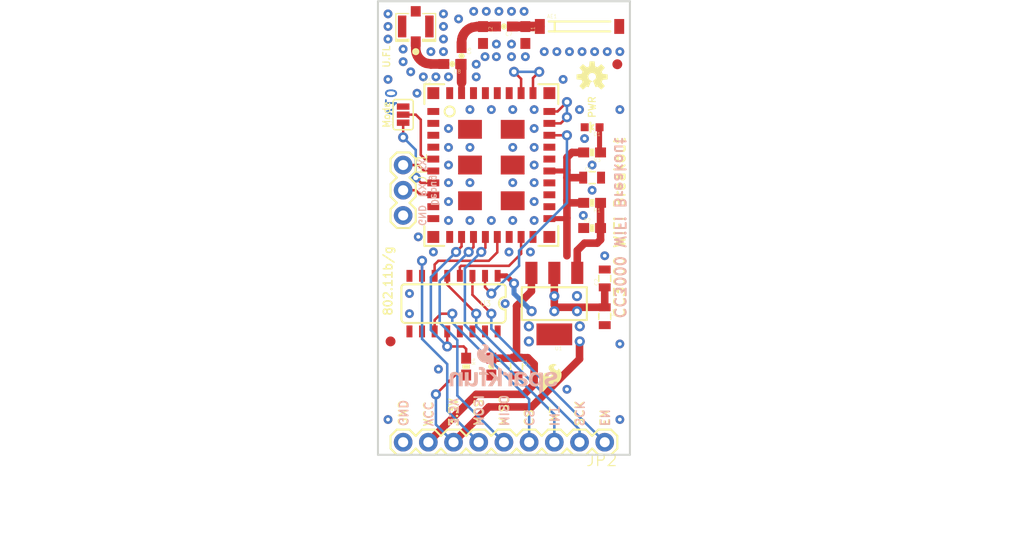
<source format=kicad_pcb>
(kicad_pcb (version 20211014) (generator pcbnew)
  (layers (0 "F.Cu" signal) (1 "In1.Cu" signal) (2 "In2.Cu" signal) (31 "B.Cu" signal) (34 "B.Paste" user) (35 "F.Paste" user) (36 "B.SilkS" user "B.Silkscreen") (37 "F.SilkS" user "F.Silkscreen") (38 "B.Mask" user) (39 "F.Mask" user) (44 "Edge.Cuts" user))
  (net 0 "")
  (net 1 "N$2")
  (net 2 "3.3V")
  (net 3 "GND")
  (net 4 "N$3")
  (net 5 "N$4")
  (net 6 "WIFI_TX")
  (net 7 "WIFI_RX")
  (net 8 "N$6")
  (net 9 "N$7")
  (net 10 "N$5")
  (net 11 "N$10")
  (net 12 "N$9")
  (net 13 "N$11")
  (net 14 "N$8")
  (net 15 "VCC")
  (net 16 "EN_5V")
  (net 17 "SCK_5V")
  (net 18 "INT_3.3V")
  (net 19 "CS_5V")
  (net 20 "MISO_3.3V")
  (net 21 "MOSI_5V")
  (net 22 "EN_3.3V")
  (net 23 "SCK_3.3V")
  (net 24 "MOSI_3.3V")
  (net 25 "CS_3.3V")
  (footprint "boardEagle:0603-RES" (layer "F.Cu") (at 157.3911 97.3836 180)
    (fp_text reference "R3" (at -0.889 -0.762) (layer "F.SilkS") (effects (font (size 0.376489 0.376489) (thickness 0.029911)) (justify right)))
    (fp_text value "390")
    (pad "1" smd rect (at -0.85 0 180) (size 1.1 1) (layers "F.Cu" "F.Paste" "F.Mask") (net 13 "N$11"))
    (pad "2" smd rect (at 0.85 0 180) (size 1.1 1) (layers "F.Cu" "F.Paste" "F.Mask") (net 2 "3.3V"))
  )
  (footprint "boardEagle:CREATIVE_COMMONS" (layer "F.Cu") (at 118.0211 138.0236)
    (fp_text reference "FRAME1" hide)
    (fp_text value "FRAME-LETTER" hide)
  )
  (footprint "boardEagle:SO016" (layer "F.Cu") (at 143.4211 112.6236 180)
    (fp_text reference "U3" (at -3.81 0) (layer "F.SilkS") (effects (font (size 0.554736 0.554736) (thickness 0.054864)) (justify right)))
    (fp_text value "74HC4050")
    (pad "1" smd rect (at -4.445 2.8 180) (size 0.6 1.2) (layers "F.Cu" "F.Paste" "F.Mask") (net 2 "3.3V"))
    (pad "2" smd rect (at -3.175 2.8 180) (size 0.6 1.2) (layers "F.Cu" "F.Paste" "F.Mask") (net 22 "EN_3.3V"))
    (pad "3" smd rect (at -1.905 2.8 180) (size 0.6 1.2) (layers "F.Cu" "F.Paste" "F.Mask") (net 16 "EN_5V"))
    (pad "4" smd rect (at -0.635 2.8 180) (size 0.6 1.2) (layers "F.Cu" "F.Paste" "F.Mask") (net 23 "SCK_3.3V"))
    (pad "5" smd rect (at 0.635 2.8 180) (size 0.6 1.2) (layers "F.Cu" "F.Paste" "F.Mask") (net 17 "SCK_5V"))
    (pad "6" smd rect (at 1.905 2.8 180) (size 0.6 1.2) (layers "F.Cu" "F.Paste" "F.Mask") (net 24 "MOSI_3.3V"))
    (pad "7" smd rect (at 3.175 2.8 180) (size 0.6 1.2) (layers "F.Cu" "F.Paste" "F.Mask") (net 21 "MOSI_5V"))
    (pad "8" smd rect (at 4.445 2.8 180) (size 0.6 1.2) (layers "F.Cu" "F.Paste" "F.Mask") (net 3 "GND"))
    (pad "9" smd rect (at 4.445 -2.8 180) (size 0.6 1.2) (layers "F.Cu" "F.Paste" "F.Mask"))
    (pad "10" smd rect (at 3.175 -2.8 180) (size 0.6 1.2) (layers "F.Cu" "F.Paste" "F.Mask"))
    (pad "11" smd rect (at 1.905 -2.8 180) (size 0.6 1.2) (layers "F.Cu" "F.Paste" "F.Mask") (net 19 "CS_5V"))
    (pad "12" smd rect (at 0.635 -2.8 180) (size 0.6 1.2) (layers "F.Cu" "F.Paste" "F.Mask") (net 25 "CS_3.3V"))
    (pad "13" smd rect (at -0.635 -2.8 180) (size 0.6 1.2) (layers "F.Cu" "F.Paste" "F.Mask"))
    (pad "14" smd rect (at -1.905 -2.8 180) (size 0.6 1.2) (layers "F.Cu" "F.Paste" "F.Mask"))
    (pad "15" smd rect (at -3.175 -2.8 180) (size 0.6 1.2) (layers "F.Cu" "F.Paste" "F.Mask"))
    (pad "16" smd rect (at -4.445 -2.8 180) (size 0.6 1.2) (layers "F.Cu" "F.Paste" "F.Mask"))
  )
  (footprint "boardEagle:0805" (layer "F.Cu") (at 158.6611 113.8936 -90)
    (fp_text reference "C4" (at -0.762 -0.8255 90) (layer "F.SilkS") (effects (font (size 0.376489 0.376489) (thickness 0.029911)) (justify right)))
    (fp_text value "1uF")
    (pad "1" smd rect (at -0.9 0 270) (size 0.8 1.2) (layers "F.Cu" "F.Paste" "F.Mask") (net 2 "3.3V"))
    (pad "2" smd rect (at 0.9 0 270) (size 0.8 1.2) (layers "F.Cu" "F.Paste" "F.Mask") (net 3 "GND"))
  )
  (footprint "boardEagle:SOT223" (layer "F.Cu") (at 153.5811 112.6236 180)
    (fp_text reference "U1" (at -0.8255 -4.5085) (layer "F.SilkS") (effects (font (size 0.376489 0.376489) (thickness 0.029911)) (justify right)))
    (fp_text value "LM1117")
    (pad "1" smd rect (at -2.3114 3.0988 180) (size 1.2192 2.2352) (layers "F.Cu" "F.Paste" "F.Mask") (net 1 "N$2"))
    (pad "2" smd rect (at 0 3.0988 180) (size 1.2192 2.2352) (layers "F.Cu" "F.Paste" "F.Mask") (net 2 "3.3V"))
    (pad "3" smd rect (at 2.3114 3.0988 180) (size 1.2192 2.2352) (layers "F.Cu" "F.Paste" "F.Mask") (net 15 "VCC"))
    (pad "4" smd rect (at 0 -3.099 180) (size 3.6 2.2) (layers "F.Cu" "F.Paste" "F.Mask") (net 2 "3.3V"))
  )
  (footprint "boardEagle:SFE-LOGO-FLAME" (layer "F.Cu") (at 152.4381 121.5136)
    (fp_text reference "LOGO3" hide)
    (fp_text value "LOGO-SFESK" hide)
  )
  (footprint "boardEagle:U.FL" (layer "F.Cu") (at 139.6111 84.6836 -90)
    (fp_text reference "J1" hide)
    (fp_text value "U.FL" hide)
    (pad "P$1" smd rect (at 0 -1.375 270) (size 2.2 0.85) (layers "F.Cu" "F.Paste" "F.Mask") (net 3 "GND"))
    (pad "P$2" smd rect (at 0 1.375 270) (size 2.2 0.85) (layers "F.Cu" "F.Paste" "F.Mask") (net 3 "GND"))
    (pad "P$3" smd rect (at 1.525 0 270) (size 1.05 1) (layers "F.Cu" "F.Paste" "F.Mask") (net 12 "N$9"))
    (pad "P$4" smd rect (at -1.525 0 270) (size 1.05 1) (layers "F.Cu" "F.Paste" "F.Mask"))
  )
  (footprint "boardEagle:0603-CAP" (layer "F.Cu") (at 144.2339 87.6554 -90)
    (fp_text reference "C6" (at -0.889 -0.762 90) (layer "F.SilkS") (effects (font (size 0.376489 0.376489) (thickness 0.029911)) (justify right)))
    (fp_text value "10pF")
    (pad "1" smd rect (at -0.85 0 270) (size 1.1 1) (layers "F.Cu" "F.Paste" "F.Mask") (net 10 "N$5"))
    (pad "2" smd rect (at 0.85 0 270) (size 1.1 1) (layers "F.Cu" "F.Paste" "F.Mask") (net 14 "N$8"))
  )
  (footprint "boardEagle:FIDUCIAL-1X2" (layer "F.Cu") (at 137.0711 116.4336)
    (fp_text reference "FID2" hide)
    (fp_text value "FIDUCIAL1X2" hide)
    (pad "1" smd roundrect (at 0 0) (size 1 1) (layers "F.Cu" "F.Mask") (roundrect_rratio 0.5))
  )
  (footprint "boardEagle:0603-RES" (layer "F.Cu") (at 157.3911 102.4636 180)
    (fp_text reference "R1" (at -0.889 -0.762) (layer "F.SilkS") (effects (font (size 0.376489 0.376489) (thickness 0.029911)) (justify right)))
    (fp_text value "240")
    (pad "1" smd rect (at -0.85 0 180) (size 1.1 1) (layers "F.Cu" "F.Paste" "F.Mask") (net 1 "N$2"))
    (pad "2" smd rect (at 0.85 0 180) (size 1.1 1) (layers "F.Cu" "F.Paste" "F.Mask") (net 2 "3.3V"))
  )
  (footprint "boardEagle:QFN-46_CC3000" (layer "F.Cu") (at 147.2311 98.6536)
    (fp_text reference "U5" (at -6.818 -8.492) (layer "F.SilkS") (effects (font (size 0.376489 0.376489) (thickness 0.029911)) (justify left)))
    (fp_text value "CC3000")
    (pad "GND@37" smd rect (at -2.15 -3.6) (size 2.4 1.9) (layers "F.Cu" "F.Paste" "F.Mask") (net 3 "GND"))
    (pad "GND@38" smd rect (at -2.15 0) (size 2.4 1.9) (layers "F.Cu" "F.Paste" "F.Mask") (net 3 "GND"))
    (pad "GND@39" smd rect (at -2.15 3.6) (size 2.4 1.9) (layers "F.Cu" "F.Paste" "F.Mask") (net 3 "GND"))
    (pad "GND@40" smd rect (at 2.15 -3.6) (size 2.4 1.9) (layers "F.Cu" "F.Paste" "F.Mask") (net 3 "GND"))
    (pad "GND@41" smd rect (at 2.15 0) (size 2.4 1.9) (layers "F.Cu" "F.Paste" "F.Mask") (net 3 "GND"))
    (pad "GND@42" smd rect (at 2.15 3.6) (size 2.4 1.9) (layers "F.Cu" "F.Paste" "F.Mask") (net 3 "GND"))
    (pad "GND@43" smd rect (at -5.85 -7.25) (size 1.2 1.2) (layers "F.Cu" "F.Paste" "F.Mask") (net 3 "GND"))
    (pad "GND@44" smd rect (at -5.85 7.25) (size 1.2 1.2) (layers "F.Cu" "F.Paste" "F.Mask") (net 3 "GND"))
    (pad "GND@45" smd rect (at 5.85 7.25) (size 1.2 1.2) (layers "F.Cu" "F.Paste" "F.Mask") (net 3 "GND"))
    (pad "GND@46" smd rect (at 5.85 -7.25) (size 1.2 1.2) (layers "F.Cu" "F.Paste" "F.Mask") (net 3 "GND"))
    (pad "P$1" smd rect (at -5.85 -5.4) (size 1.2 0.7) (layers "F.Cu" "F.Paste" "F.Mask") (net 3 "GND"))
    (pad "P$2" smd rect (at -5.85 -4.2) (size 1.2 0.7) (layers "F.Cu" "F.Paste" "F.Mask"))
    (pad "P$3" smd rect (at -5.85 -3) (size 1.2 0.7) (layers "F.Cu" "F.Paste" "F.Mask"))
    (pad "P$4" smd rect (at -5.85 -1.8) (size 1.2 0.7) (layers "F.Cu" "F.Paste" "F.Mask"))
    (pad "P$5" smd rect (at -5.85 -0.6) (size 1.2 0.7) (layers "F.Cu" "F.Paste" "F.Mask") (net 4 "N$3"))
    (pad "P$6" smd rect (at -5.85 0.6) (size 1.2 0.7) (layers "F.Cu" "F.Paste" "F.Mask") (net 6 "WIFI_TX"))
    (pad "P$7" smd rect (at -5.85 1.8) (size 1.2 0.7) (layers "F.Cu" "F.Paste" "F.Mask") (net 5 "N$4"))
    (pad "P$8" smd rect (at -5.85 3) (size 1.2 0.7) (layers "F.Cu" "F.Paste" "F.Mask") (net 7 "WIFI_RX"))
    (pad "P$9" smd rect (at -5.85 4.2) (size 1.2 0.7) (layers "F.Cu" "F.Paste" "F.Mask") (net 3 "GND"))
    (pad "P$10" smd rect (at -5.85 5.4) (size 1.2 0.7) (layers "F.Cu" "F.Paste" "F.Mask") (net 3 "GND"))
    (pad "P$11" smd rect (at -4.2 7.25 90) (size 1.2 0.7) (layers "F.Cu" "F.Paste" "F.Mask") (net 3 "GND"))
    (pad "P$12" smd rect (at -3 7.25 90) (size 1.2 0.7) (layers "F.Cu" "F.Paste" "F.Mask") (net 25 "CS_3.3V"))
    (pad "P$13" smd rect (at -1.8 7.25 90) (size 1.2 0.7) (layers "F.Cu" "F.Paste" "F.Mask") (net 20 "MISO_3.3V"))
    (pad "P$14" smd rect (at -0.6 7.25 90) (size 1.2 0.7) (layers "F.Cu" "F.Paste" "F.Mask") (net 18 "INT_3.3V"))
    (pad "P$15" smd rect (at 0.6 7.25 90) (size 1.2 0.7) (layers "F.Cu" "F.Paste" "F.Mask") (net 24 "MOSI_3.3V"))
    (pad "P$16" smd rect (at 1.8 7.25 90) (size 1.2 0.7) (layers "F.Cu" "F.Paste" "F.Mask") (net 3 "GND"))
    (pad "P$17" smd rect (at 3 7.25 90) (size 1.2 0.7) (layers "F.Cu" "F.Paste" "F.Mask") (net 23 "SCK_3.3V"))
    (pad "P$18" smd rect (at 4.2 7.25 90) (size 1.2 0.7) (layers "F.Cu" "F.Paste" "F.Mask") (net 3 "GND"))
    (pad "P$19" smd rect (at 5.85 5.4) (size 1.2 0.7) (layers "F.Cu" "F.Paste" "F.Mask") (net 2 "3.3V"))
    (pad "P$20" smd rect (at 5.85 4.2) (size 1.2 0.7) (layers "F.Cu" "F.Paste" "F.Mask") (net 3 "GND"))
    (pad "P$21" smd rect (at 5.85 3) (size 1.2 0.7) (layers "F.Cu" "F.Paste" "F.Mask") (net 3 "GND"))
    (pad "P$22" smd rect (at 5.85 1.8) (size 1.2 0.7) (layers "F.Cu" "F.Paste" "F.Mask") (net 3 "GND"))
    (pad "P$23" smd rect (at 5.85 0.6) (size 1.2 0.7) (layers "F.Cu" "F.Paste" "F.Mask") (net 2 "3.3V"))
    (pad "P$24" smd rect (at 5.85 -0.6) (size 1.2 0.7) (layers "F.Cu" "F.Paste" "F.Mask"))
    (pad "P$25" smd rect (at 5.85 -1.8) (size 1.2 0.7) (layers "F.Cu" "F.Paste" "F.Mask") (net 3 "GND"))
    (pad "P$26" smd rect (at 5.85 -3) (size 1.2 0.7) (layers "F.Cu" "F.Paste" "F.Mask") (net 22 "EN_3.3V"))
    (pad "P$27" smd rect (at 5.85 -4.2) (size 1.2 0.7) (layers "F.Cu" "F.Paste" "F.Mask") (net 8 "N$6"))
    (pad "P$28" smd rect (at 5.85 -5.4) (size 1.2 0.7) (layers "F.Cu" "F.Paste" "F.Mask") (net 8 "N$6"))
    (pad "P$29" smd rect (at 4.2 -7.25 270) (size 1.2 0.7) (layers "F.Cu" "F.Paste" "F.Mask") (net 9 "N$7"))
    (pad "P$30" smd rect (at 3 -7.25 270) (size 1.2 0.7) (layers "F.Cu" "F.Paste" "F.Mask") (net 9 "N$7"))
    (pad "P$31" smd rect (at 1.8 -7.25 270) (size 1.2 0.7) (layers "F.Cu" "F.Paste" "F.Mask") (net 3 "GND"))
    (pad "P$32" smd rect (at 0.6 -7.25 270) (size 1.2 0.7) (layers "F.Cu" "F.Paste" "F.Mask") (net 3 "GND"))
    (pad "P$33" smd rect (at -0.6 -7.25 270) (size 1.2 0.7) (layers "F.Cu" "F.Paste" "F.Mask") (net 3 "GND"))
    (pad "P$34" smd rect (at -1.8 -7.25 270) (size 1.2 0.7) (layers "F.Cu" "F.Paste" "F.Mask") (net 3 "GND"))
    (pad "P$35" smd rect (at -3 -7.25 270) (size 1.2 0.7) (layers "F.Cu" "F.Paste" "F.Mask") (net 14 "N$8"))
    (pad "P$36" smd rect (at -4.2 -7.25 270) (size 1.2 0.7) (layers "F.Cu" "F.Paste" "F.Mask") (net 3 "GND"))
  )
  (footprint "boardEagle:0805" (layer "F.Cu") (at 149.7711 118.9736 -90)
    (fp_text reference "C1" (at -0.762 -0.8255 90) (layer "F.SilkS") (effects (font (size 0.376489 0.376489) (thickness 0.029911)) (justify right)))
    (fp_text value "10uF")
    (pad "1" smd rect (at -0.9 0 270) (size 0.8 1.2) (layers "F.Cu" "F.Paste" "F.Mask") (net 15 "VCC"))
    (pad "2" smd rect (at 0.9 0 270) (size 0.8 1.2) (layers "F.Cu" "F.Paste" "F.Mask") (net 3 "GND"))
  )
  (footprint "boardEagle:0805" (layer "F.Cu") (at 158.6611 110.0836 90)
    (fp_text reference "C2" (at -0.762 -0.8255 90) (layer "F.SilkS") (effects (font (size 0.376489 0.376489) (thickness 0.029911)) (justify left)))
    (fp_text value "10uF")
    (pad "1" smd rect (at -0.9 0 90) (size 0.8 1.2) (layers "F.Cu" "F.Paste" "F.Mask") (net 2 "3.3V"))
    (pad "2" smd rect (at 0.9 0 90) (size 0.8 1.2) (layers "F.Cu" "F.Paste" "F.Mask") (net 3 "GND"))
  )
  (footprint "boardEagle:LED-0603" (layer "F.Cu") (at 157.3911 94.8436 90)
    (fp_text reference "D1" (at -0.6985 0.889) (layer "F.SilkS") (effects (font (size 0.376489 0.376489) (thickness 0.029911)) (justify right)))
    (fp_text value "GREEN")
    (pad "A" smd rect (at 0 0.75 90) (size 0.8 0.8) (layers "F.Cu" "F.Paste" "F.Mask") (net 13 "N$11"))
    (pad "C" smd rect (at 0 -0.75 90) (size 0.8 0.8) (layers "F.Cu" "F.Paste" "F.Mask") (net 3 "GND"))
  )
  (footprint "boardEagle:0603" (layer "F.Cu") (at 146.3929 85.5472 -90)
    (fp_text reference "L2" (at -0.889 -0.762 90) (layer "F.SilkS") (effects (font (size 0.376489 0.376489) (thickness 0.029911)) (justify right)))
    (fp_text value "2.2nH")
    (pad "1" smd rect (at -0.85 0 270) (size 1.1 1) (layers "F.Cu" "F.Paste" "F.Mask") (net 10 "N$5"))
    (pad "2" smd rect (at 0.85 0 270) (size 1.1 1) (layers "F.Cu" "F.Paste" "F.Mask") (net 3 "GND"))
  )
  (footprint "boardEagle:0603-CAP" (layer "F.Cu") (at 148.5011 84.6836 180)
    (fp_text reference "C7" (at -0.889 -0.762) (layer "F.SilkS") (effects (font (size 0.376489 0.376489) (thickness 0.029911)) (justify right)))
    (fp_text value "2.2pF")
    (pad "1" smd rect (at -0.85 0 180) (size 1.1 1) (layers "F.Cu" "F.Paste" "F.Mask") (net 11 "N$10"))
    (pad "2" smd rect (at 0.85 0 180) (size 1.1 1) (layers "F.Cu" "F.Paste" "F.Mask") (net 10 "N$5"))
  )
  (footprint "boardEagle:0603" (layer "F.Cu") (at 150.6601 85.5472 -90)
    (fp_text reference "L1" (at -0.889 -0.762 90) (layer "F.SilkS") (effects (font (size 0.376489 0.376489) (thickness 0.029911)) (justify right)))
    (fp_text value "DNP")
    (pad "1" smd rect (at -0.85 0 270) (size 1.1 1) (layers "F.Cu" "F.Paste" "F.Mask") (net 11 "N$10"))
    (pad "2" smd rect (at 0.85 0 270) (size 1.1 1) (layers "F.Cu" "F.Paste" "F.Mask") (net 3 "GND"))
  )
  (footprint "boardEagle:ANTENNA-CHIP_2500AT44M0400" (layer "F.Cu") (at 156.1211 84.6836)
    (fp_text reference "AE1" (at -3.302 -1.016) (layer "F.SilkS") (effects (font (size 0.376489 0.376489) (thickness 0.029911)) (justify left)))
    (fp_text value "ANTENNA22500AT44M0400")
    (pad "FEED" smd rect (at -4 0) (size 1 1.5) (layers "F.Cu" "F.Paste" "F.Mask") (net 11 "N$10"))
    (pad "NC" smd rect (at 4 0) (size 1 1.5) (layers "F.Cu" "F.Paste" "F.Mask"))
  )
  (footprint "boardEagle:STAND-OFF" (layer "F.Cu") (at 158.6611 120.2436 90)
    (fp_text reference "STANDOFF1" hide)
    (fp_text value "STAND-OFF" hide)
    (pad "" np_thru_hole circle (at 0 0 90) (size 3.302 3.302) (drill 3.302) (layers *.Cu *.Mask))
  )
  (footprint "boardEagle:1X03" (layer "F.Cu") (at 138.3411 98.6536 -90)
    (fp_text reference "JP1" (at -1.3462 -1.8288 90) (layer "F.SilkS") (effects (font (size 1.1557 1.1557) (thickness 0.1143)) (justify right)))
    (fp_text value "Debug")
    (pad "1" thru_hole circle (at 0 0) (size 1.8796 1.8796) (drill 1.016) (layers *.Cu *.Mask) (net 6 "WIFI_TX"))
    (pad "2" thru_hole circle (at 2.54 0) (size 1.8796 1.8796) (drill 1.016) (layers *.Cu *.Mask) (net 7 "WIFI_RX"))
    (pad "3" thru_hole circle (at 5.08 0) (size 1.8796 1.8796) (drill 1.016) (layers *.Cu *.Mask) (net 3 "GND"))
  )
  (footprint "boardEagle:STAND-OFF" (layer "F.Cu") (at 138.3411 120.2436 90)
    (fp_text reference "STANDOFF2" hide)
    (fp_text value "STAND-OFF" hide)
    (pad "" np_thru_hole circle (at 0 0 90) (size 3.302 3.302) (drill 3.302) (layers *.Cu *.Mask))
  )
  (footprint "boardEagle:0603-CAP" (layer "F.Cu") (at 147.2311 118.9736 -90)
    (fp_text reference "C3" (at -0.889 -0.762 90) (layer "F.SilkS") (effects (font (size 0.376489 0.376489) (thickness 0.029911)) (justify right)))
    (fp_text value "0.1uF")
    (pad "1" smd rect (at -0.85 0 270) (size 1.1 1) (layers "F.Cu" "F.Paste" "F.Mask") (net 15 "VCC"))
    (pad "2" smd rect (at 0.85 0 270) (size 1.1 1) (layers "F.Cu" "F.Paste" "F.Mask") (net 3 "GND"))
  )
  (footprint "boardEagle:0603-CAP" (layer "F.Cu") (at 143.2941 88.4682 180)
    (fp_text reference "C8" (at -0.889 -0.762) (layer "F.SilkS") (effects (font (size 0.376489 0.376489) (thickness 0.029911)) (justify right)))
    (fp_text value "DNP")
    (pad "1" smd rect (at -0.85 0 180) (size 1.1 1) (layers "F.Cu" "F.Paste" "F.Mask") (net 14 "N$8"))
    (pad "2" smd rect (at 0.85 0 180) (size 1.1 1) (layers "F.Cu" "F.Paste" "F.Mask") (net 12 "N$9"))
  )
  (footprint "boardEagle:SJ_3_PASTE1&2" (layer "F.Cu") (at 138.3411 93.5736 90)
    (fp_text reference "SJ1" (at -1.27 -1.27 90) (layer "F.SilkS") (effects (font (size 0.376489 0.376489) (thickness 0.029911)) (justify left)))
    (fp_text value "Mode")
    (pad "1" smd rect (at -0.8128 0 90) (size 0.635 1.27) (layers "F.Cu" "F.Mask") (net 5 "N$4"))
    (pad "2" smd rect (at 0 0 90) (size 0.635 1.27) (layers "F.Cu" "F.Mask") (net 4 "N$3"))
    (pad "3" smd rect (at 0.8128 0 90) (size 0.635 1.27) (layers "F.Cu" "F.Mask") (net 3 "GND"))
  )
  (footprint "boardEagle:FIDUCIAL-1X2" (layer "F.Cu") (at 159.9311 88.4936)
    (fp_text reference "FID1" hide)
    (fp_text value "FIDUCIAL1X2" hide)
    (pad "1" smd roundrect (at 0 0) (size 1 1) (layers "F.Cu" "F.Mask") (roundrect_rratio 0.5))
  )
  (footprint "boardEagle:1X09" (layer "F.Cu") (at 158.6611 126.5936 180)
    (fp_text reference "JP2" (at -1.3462 -1.8288) (layer "F.SilkS") (effects (font (size 1.1557 1.1557) (thickness 0.1143)) (justify right)))
    (fp_text value "M09")
    (pad "1" thru_hole circle (at 0 0 270) (size 1.8796 1.8796) (drill 1.016) (layers *.Cu *.Mask) (net 16 "EN_5V"))
    (pad "2" thru_hole circle (at 2.54 0 270) (size 1.8796 1.8796) (drill 1.016) (layers *.Cu *.Mask) (net 17 "SCK_5V"))
    (pad "3" thru_hole circle (at 5.08 0 270) (size 1.8796 1.8796) (drill 1.016) (layers *.Cu *.Mask) (net 18 "INT_3.3V"))
    (pad "4" thru_hole circle (at 7.62 0 270) (size 1.8796 1.8796) (drill 1.016) (layers *.Cu *.Mask) (net 19 "CS_5V"))
    (pad "5" thru_hole circle (at 10.16 0 270) (size 1.8796 1.8796) (drill 1.016) (layers *.Cu *.Mask) (net 20 "MISO_3.3V"))
    (pad "6" thru_hole circle (at 12.7 0 270) (size 1.8796 1.8796) (drill 1.016) (layers *.Cu *.Mask) (net 21 "MOSI_5V"))
    (pad "7" thru_hole circle (at 15.24 0 270) (size 1.8796 1.8796) (drill 1.016) (layers *.Cu *.Mask) (net 2 "3.3V"))
    (pad "8" thru_hole circle (at 17.78 0 270) (size 1.8796 1.8796) (drill 1.016) (layers *.Cu *.Mask) (net 15 "VCC"))
    (pad "9" thru_hole circle (at 20.32 0 270) (size 1.8796 1.8796) (drill 1.016) (layers *.Cu *.Mask) (net 3 "GND"))
  )
  (footprint "boardEagle:0603-RES" (layer "F.Cu") (at 144.6911 118.9736 -90)
    (fp_text reference "R4" (at -0.889 -0.762 90) (layer "F.SilkS") (effects (font (size 0.376489 0.376489) (thickness 0.029911)) (justify right)))
    (fp_text value "10k")
    (pad "1" smd rect (at -0.85 0 270) (size 1.1 1) (layers "F.Cu" "F.Paste" "F.Mask") (net 25 "CS_3.3V"))
    (pad "2" smd rect (at 0.85 0 270) (size 1.1 1) (layers "F.Cu" "F.Paste" "F.Mask") (net 2 "3.3V"))
  )
  (footprint "boardEagle:0805" (layer "F.Cu") (at 157.3911 99.9236)
    (fp_text reference "C5" (at -0.762 -0.8255) (layer "F.SilkS") (effects (font (size 0.376489 0.376489) (thickness 0.029911)) (justify left)))
    (fp_text value "1uF")
    (pad "1" smd rect (at -0.9 0) (size 0.8 1.2) (layers "F.Cu" "F.Paste" "F.Mask") (net 2 "3.3V"))
    (pad "2" smd rect (at 0.9 0) (size 0.8 1.2) (layers "F.Cu" "F.Paste" "F.Mask") (net 3 "GND"))
  )
  (footprint "boardEagle:OSHW-LOGO-S" (layer "F.Cu") (at 157.3911 89.7636)
    (fp_text reference "LOGO1" hide)
    (fp_text value "OSHW-LOGOS" hide)
  )
  (footprint "boardEagle:0603-RES" (layer "F.Cu") (at 157.3911 105.0036)
    (fp_text reference "R2" (at -0.889 -0.762) (layer "F.SilkS") (effects (font (size 0.376489 0.376489) (thickness 0.029911)) (justify left)))
    (fp_text value "390")
    (pad "1" smd rect (at -0.85 0) (size 1.1 1) (layers "F.Cu" "F.Paste" "F.Mask") (net 3 "GND"))
    (pad "2" smd rect (at 0.85 0) (size 1.1 1) (layers "F.Cu" "F.Paste" "F.Mask") (net 1 "N$2"))
  )
  (footprint "boardEagle:SFE_LOGO_NAME_FLAME_.1" (layer "B.Cu") (at 154.3431 121.8946 180)
    (fp_text reference "LOGO4" hide)
    (fp_text value "SFE_LOGO_NAME_FLAME.1_INCH" hide)
  )
  (gr_circle (center 139.6111 87.2236) (end 139.790703 87.2236) (layer "F.SilkS") (width 0.3556) (fill none))
  (gr_line (start 135.8011 127.8636) (end 161.2011 127.8636) (layer "Edge.Cuts") (width 0.2032))
  (gr_line (start 135.8011 82.1436) (end 135.8011 127.8636) (layer "Edge.Cuts") (width 0.2032))
  (gr_line (start 161.2011 127.8636) (end 161.2011 82.1436) (layer "Edge.Cuts") (width 0.2032))
  (gr_line (start 135.8011 82.1436) (end 161.2011 82.1436) (layer "Edge.Cuts") (width 0.2032))
  (gr_text "v10" (at 137.0711 92.3036 -90) (layer "B.Cu") (effects (font (size 1.03632 1.03632) (thickness 0.18288)) (justify mirror)))
  (gr_text "EN" (at 158.6611 125.0696 -90) (layer "B.SilkS") (effects (font (size 0.8636 0.8636) (thickness 0.1524)) (justify left mirror)))
  (gr_text "CS" (at 151.0411 125.0696 -90) (layer "B.SilkS") (effects (font (size 0.8636 0.8636) (thickness 0.1524)) (justify left mirror)))
  (gr_text "CC3000 WiFi Breakout" (at 160.1851 105.0036 -90) (layer "B.SilkS") (effects (font (size 1.0795 1.0795) (thickness 0.1905)) (justify mirror)))
  (gr_text "GND" (at 140.2461 103.7336 -90) (layer "B.SilkS") (effects (font (size 0.69088 0.69088) (thickness 0.12192)) (justify mirror)))
  (gr_text "GND" (at 138.3411 125.0696 -90) (layer "B.SilkS") (effects (font (size 0.8636 0.8636) (thickness 0.1524)) (justify left mirror)))
  (gr_text "Debug" (at 141.5161 101.1936 -90) (layer "B.SilkS") (effects (font (size 0.69088 0.69088) (thickness 0.12192)) (justify mirror)))
  (gr_text "RX" (at 140.2461 101.1936 -90) (layer "B.SilkS") (effects (font (size 0.69088 0.69088) (thickness 0.12192)) (justify mirror)))
  (gr_text "VCC" (at 140.8811 125.0696 -90) (layer "B.SilkS") (effects (font (size 0.8636 0.8636) (thickness 0.1524)) (justify left mirror)))
  (gr_text "SCK" (at 156.1211 125.0696 -90) (layer "B.SilkS") (effects (font (size 0.8636 0.8636) (thickness 0.1524)) (justify left mirror)))
  (gr_text "MISO" (at 148.5011 125.0696 -90) (layer "B.SilkS") (effects (font (size 0.8636 0.8636) (thickness 0.1524)) (justify left mirror)))
  (gr_text "3.3V" (at 143.4211 125.0696 -90) (layer "B.SilkS") (effects (font (size 0.8636 0.8636) (thickness 0.1524)) (justify left mirror)))
  (gr_text "INT" (at 153.5811 125.0696 -90) (layer "B.SilkS") (effects (font (size 0.8636 0.8636) (thickness 0.1524)) (justify left mirror)))
  (gr_text "TX" (at 140.2461 98.6536 -90) (layer "B.SilkS") (effects (font (size 0.69088 0.69088) (thickness 0.12192)) (justify mirror)))
  (gr_text "MOSI" (at 145.9611 125.0696 -90) (layer "B.SilkS") (effects (font (size 0.8636 0.8636) (thickness 0.1524)) (justify left mirror)))
  (gr_text "GND" (at 138.3411 125.0696 90) (layer "F.SilkS") (effects (font (size 0.8636 0.8636) (thickness 0.1524)) (justify left)))
  (gr_text "PWR" (at 157.3911 92.8116 90) (layer "F.SilkS") (effects (font (size 0.69088 0.69088) (thickness 0.12192))))
  (gr_text "VCC" (at 140.8811 125.0696 90) (layer "F.SilkS") (effects (font (size 0.8636 0.8636) (thickness 0.1524)) (justify left)))
  (gr_text "CS" (at 151.0411 125.0696 90) (layer "F.SilkS") (effects (font (size 0.8636 0.8636) (thickness 0.1524)) (justify left)))
  (gr_text "3.3V" (at 143.4211 125.0696 90) (layer "F.SilkS") (effects (font (size 0.8636 0.8636) (thickness 0.1524)) (justify left)))
  (gr_text "U.FL" (at 137.0711 87.7316 90) (layer "F.SilkS") (effects (font (size 0.69088 0.69088) (thickness 0.12192)) (justify bottom)))
  (gr_text "Mode" (at 137.0711 93.5736 90) (layer "F.SilkS") (effects (font (size 0.69088 0.69088) (thickness 0.12192)) (justify bottom)))
  (gr_text "MISO" (at 148.5011 125.0696 90) (layer "F.SilkS") (effects (font (size 0.8636 0.8636) (thickness 0.1524)) (justify left)))
  (gr_text "CC3000 WiFi Breakout" (at 160.1851 105.0036 90) (layer "F.SilkS") (effects (font (size 1.0795 1.0795) (thickness 0.1905))))
  (gr_text "SCK" (at 156.1211 125.0696 90) (layer "F.SilkS") (effects (font (size 0.8636 0.8636) (thickness 0.1524)) (justify left)))
  (gr_text "EN" (at 158.6611 125.0696 90) (layer "F.SilkS") (effects (font (size 0.8636 0.8636) (thickness 0.1524)) (justify left)))
  (gr_text "MOSI" (at 145.9611 125.0696 90) (layer "F.SilkS") (effects (font (size 0.8636 0.8636) (thickness 0.1524)) (justify left)))
  (gr_text "INT" (at 153.5811 125.0696 90) (layer "F.SilkS") (effects (font (size 0.8636 0.8636) (thickness 0.1524)) (justify left)))
  (gr_text "802.11b/g" (at 136.8171 110.3376 90) (layer "F.SilkS") (effects (font (size 0.8636 0.8636) (thickness 0.1524))))
  (segment (start 155.8925 107.2642) (end 156.6291 106.5276) (width 0.762) (layer "F.Cu") (net 1))
  (segment (start 155.8925 109.5248) (end 155.8925 107.2642) (width 0.762) (layer "F.Cu") (net 1))
  (segment (start 157.8991 106.5276) (end 156.6291 106.5276) (width 0.762) (layer "F.Cu") (net 1))
  (segment (start 158.2411 105.0036) (end 158.2411 106.1856) (width 0.762) (layer "F.Cu") (net 1))
  (segment (start 158.2411 102.4636) (end 158.2411 105.0036) (width 0.762) (layer "F.Cu") (net 1))
  (segment (start 158.2411 106.1856) (end 157.8991 106.5276) (width 0.762) (layer "F.Cu") (net 1))
  (segment (start 158.6611 110.9836) (end 158.6611 112.9936) (width 0.762) (layer "F.Cu") (net 2))
  (segment (start 156.5411 97.3836) (end 155.3591 97.3836) (width 0.762) (layer "F.Cu") (net 2))
  (segment (start 156.1211 116.459) (end 156.1465 116.4336) (width 0.762) (layer "F.Cu") (net 2))
  (segment (start 155.1051 102.4636) (end 154.8511 102.2096) (width 0.508) (layer "F.Cu") (net 2))
  (segment (start 154.7591 99.2536) (end 154.8511 99.1616) (width 0.508) (layer "F.Cu") (net 2))
  (segment (start 154.8511 102.2096) (end 154.8511 99.9236) (width 0.762) (layer "F.Cu") (net 2))
  (segment (start 154.8511 103.9876) (end 154.8511 102.2096) (width 0.762) (layer "F.Cu") (net 2))
  (segment (start 154.8511 99.1616) (end 154.8511 97.8916) (width 0.762) (layer "F.Cu") (net 2))
  (segment (start 146.9771 123.0376) (end 151.2951 123.0376) (width 0.762) (layer "F.Cu") (net 2))
  (segment (start 154.8511 99.9236) (end 154.8511 99.1616) (width 0.762) (layer "F.Cu") (net 2))
  (segment (start 148.7491 109.8236) (end 149.5171 110.5916) (width 0.508) (layer "F.Cu") (net 2))
  (segment (start 144.6911 119.8236) (end 143.5871 119.8236) (width 0.254) (layer "F.Cu") (net 2))
  (segment (start 154.8511 107.7976) (end 154.8511 103.9876) (width 0.762) (layer "F.Cu") (net 2))
  (segment (start 156.4911 99.9236) (end 154.8511 99.9236) (width 0.762) (layer "F.Cu") (net 2))
  (segment (start 154.7851 104.0536) (end 154.8511 103.9876) (width 0.508) (layer "F.Cu") (net 2))
  (segment (start 158.6611 112.9936) (end 153.8241 112.9936) (width 0.762) (layer "F.Cu") (net 2))
  (segment (start 156.5411 102.4636) (end 155.1051 102.4636) (width 0.762) (layer "F.Cu") (net 2))
  (segment (start 153.0811 104.0536) (end 154.7851 104.0536) (width 0.508) (layer "F.Cu") (net 2))
  (segment (start 153.0811 99.2536) (end 154.7591 99.2536) (width 0.508) (layer "F.Cu") (net 2))
  (segment (start 153.5811 112.7506) (end 153.8241 112.9936) (width 0.762) (layer "F.Cu") (net 2))
  (segment (start 151.2951 123.0376) (end 156.1211 118.2116) (width 0.762) (layer "F.Cu") (net 2))
  (segment (start 154.8511 97.8916) (end 155.3591 97.3836) (width 0.762) (layer "F.Cu") (net 2))
  (segment (start 143.5871 119.8236) (end 141.6431 121.7676) (width 0.254) (layer "F.Cu") (net 2))
  (segment (start 143.4211 126.5936) (end 146.9771 123.0376) (width 0.762) (layer "F.Cu") (net 2))
  (segment (start 147.8661 109.8236) (end 148.7491 109.8236) (width 0.508) (layer "F.Cu") (net 2))
  (segment (start 153.5811 112.7506) (end 153.5811 109.5248) (width 0.762) (layer "F.Cu") (net 2))
  (segment (start 156.1211 118.2116) (end 156.1211 116.459) (width 0.762) (layer "F.Cu") (net 2))
  (via (at 156.1465 114.9096) (size 1.016) (drill 0.508) (layers "F.Cu" "B.Cu") (net 2))
  (via (at 156.1465 116.4336) (size 1.016) (drill 0.508) (layers "F.Cu" "B.Cu") (net 2))
  (via (at 153.5811 113.3856) (size 1.016) (drill 0.508) (layers "F.Cu" "B.Cu") (net 2))
  (via (at 151.0157 114.9096) (size 1.016) (drill 0.508) (layers "F.Cu" "B.Cu") (net 2))
  (via (at 151.0157 116.4336) (size 1.016) (drill 0.508) (layers "F.Cu" "B.Cu") (net 2))
  (via (at 149.5171 110.5916) (size 1.016) (drill 0.508) (layers "F.Cu" "B.Cu") (net 2))
  (via (at 151.2951 113.3856) (size 1.016) (drill 0.508) (layers "F.Cu" "B.Cu") (net 2))
  (via (at 155.8671 113.3856) (size 1.016) (drill 0.508) (layers "F.Cu" "B.Cu") (net 2))
  (via (at 153.5811 111.8616) (size 1.016) (drill 0.508) (layers "F.Cu" "B.Cu") (net 2))
  (via (at 155.8671 111.8616) (size 1.016) (drill 0.508) (layers "F.Cu" "B.Cu") (net 2))
  (via (at 141.6431 121.7676) (size 1.016) (drill 0.508) (layers "F.Cu" "B.Cu") (net 2))
  (segment (start 141.6431 124.8156) (end 141.6431 121.7676) (width 0.254) (layer "B.Cu") (net 2))
  (segment (start 149.5171 111.6076) (end 151.2951 113.3856) (width 0.508) (layer "B.Cu") (net 2))
  (segment (start 141.6431 124.8156) (end 143.4211 126.5936) (width 0.254) (layer "B.Cu") (net 2))
  (segment (start 149.5171 110.5916) (end 149.5171 111.6076) (width 0.508) (layer "B.Cu") (net 2))
  (via (at 142.4051 83.4136) (size 0.889) (drill 0.381) (layers "F.Cu" "B.Cu") (net 3))
  (via (at 150.6601 87.7316) (size 0.889) (drill 0.381) (layers "F.Cu" "B.Cu") (net 3))
  (via (at 152.5651 87.2236) (size 0.889) (drill 0.381) (layers "F.Cu" "B.Cu") (net 3))
  (via (at 147.7391 86.4616) (size 0.889) (drill 0.381) (layers "F.Cu" "B.Cu") (net 3))
  (via (at 151.1681 107.4166) (size 0.889) (drill 0.381) (layers "F.Cu" "B.Cu") (net 3))
  (via (at 153.8351 87.2236) (size 0.889) (drill 0.381) (layers "F.Cu" "B.Cu") (net 3))
  (via (at 145.7071 89.7636) (size 0.889) (drill 0.381) (layers "F.Cu" "B.Cu") (net 3))
  (via (at 156.1211 93.0656) (size 0.889) (drill 0.381) (layers "F.Cu" "B.Cu") (net 3))
  (via (at 142.9131 89.7636) (size 0.889) (drill 0.381) (layers "F.Cu" "B.Cu") (net 3))
  (via (at 154.4701 90.0176) (size 0.889) (drill 0.381) (layers "F.Cu" "B.Cu") (net 3))
  (via (at 157.3911 98.6536) (size 0.889) (drill 0.381) (layers "F.Cu" "B.Cu") (net 3))
  (via (at 160.1851 93.0656) (size 0.889) (drill 0.381) (layers "F.Cu" "B.Cu") (net 3))
  (via (at 141.6431 89.7636) (size 0.889) (drill 0.381) (layers "F.Cu" "B.Cu") (net 3))
  (via (at 142.9131 96.8756) (size 0.889) (drill 0.381) (layers "F.Cu" "B.Cu") (net 3))
  (via (at 142.4051 84.6836) (size 0.889) (drill 0.381) (layers "F.Cu" "B.Cu") (net 3))
  (via (at 136.8171 84.6836) (size 0.889) (drill 0.381) (layers "F.Cu" "B.Cu") (net 3))
  (via (at 158.6611 107.7976) (size 0.889) (drill 0.381) (layers "F.Cu" "B.Cu") (net 3))
  (via (at 151.5491 98.6536) (size 0.889) (drill 0.381) (layers "F.Cu" "B.Cu") (net 3))
  (via (at 151.5491 100.4316) (size 0.889) (drill 0.381) (layers "F.Cu" "B.Cu") (net 3))
  (via (at 146.5961 87.7316) (size 0.889) (drill 0.381) (layers "F.Cu" "B.Cu") (net 3))
  (via (at 147.2311 93.0656) (size 0.889) (drill 0.381) (layers "F.Cu" "B.Cu") (net 3))
  (via (at 136.8171 85.9536) (size 0.889) (drill 0.381) (layers "F.Cu" "B.Cu") (net 3))
  (via (at 139.7381 91.4146) (size 0.889) (drill 0.381) (layers "F.Cu" "B.Cu") (net 3))
  (via (at 142.9131 98.6536) (size 0.889) (drill 0.381) (layers "F.Cu" "B.Cu") (net 3))
  (via (at 139.1031 89.2556) (size 0.889) (drill 0.381) (layers "F.Cu" "B.Cu") (net 3))
  (via (at 149.2631 87.7316) (size 0.889) (drill 0.381) (layers "F.Cu" "B.Cu") (net 3))
  (via (at 160.1851 87.2236) (size 0.889) (drill 0.381) (layers "F.Cu" "B.Cu") (net 3))
  (via (at 148.6281 112.6236) (size 0.889) (drill 0.381) (layers "F.Cu" "B.Cu") (net 3))
  (via (at 145.0721 93.0656) (size 0.889) (drill 0.381) (layers "F.Cu" "B.Cu") (net 3))
  (via (at 156.3751 87.2236) (size 0.889) (drill 0.381) (layers "F.Cu" "B.Cu") (net 3))
  (via (at 149.3901 93.0656) (size 0.889) (drill 0.381) (layers "F.Cu" "B.Cu") (net 3))
  (via (at 149.3901 104.2416) (size 0.889) (drill 0.381) (layers "F.Cu" "B.Cu") (net 3))
  (via (at 151.5491 104.2416) (size 0.889) (drill 0.381) (layers "F.Cu" "B.Cu") (net 3))
  (via (at 138.3411 88.2396) (size 0.889) (drill 0.381) (layers "F.Cu" "B.Cu") (net 3))
  (via (at 151.5491 102.3366) (size 0.889) (drill 0.381) (layers "F.Cu" "B.Cu") (net 3))
  (via (at 154.8511 121.2596) (size 0.889) (drill 0.381) (layers "F.Cu" "B.Cu") (net 3))
  (via (at 147.2311 104.2416) (size 0.889) (drill 0.381) (layers "F.Cu" "B.Cu") (net 3))
  (via (at 149.3901 100.4316) (size 0.889) (drill 0.381) (layers "F.Cu" "B.Cu") (net 3))
  (via (at 155.1051 87.2236) (size 0.889) (drill 0.381) (layers "F.Cu" "B.Cu") (net 3))
  (via (at 145.4531 83.1596) (size 0.889) (drill 0.381) (layers "F.Cu" "B.Cu") (net 3))
  (via (at 142.9131 94.9706) (size 0.889) (drill 0.381) (layers "F.Cu" "B.Cu") (net 3))
  (via (at 142.9131 102.3366) (size 0.889) (drill 0.381) (layers "F.Cu" "B.Cu") (net 3))
  (via (at 147.7391 87.7316) (size 0.889) (drill 0.381) (layers "F.Cu" "B.Cu") (net 3))
  (via (at 142.4051 85.9536) (size 0.889) (drill 0.381) (layers "F.Cu" "B.Cu") (net 3))
  (via (at 150.5331 83.1596) (size 0.889) (drill 0.381) (layers "F.Cu" "B.Cu") (net 3))
  (via (at 158.9151 87.2236) (size 0.889) (drill 0.381) (layers "F.Cu" "B.Cu") (net 3))
  (via (at 136.8171 124.3076) (size 0.889) (drill 0.381) (layers "F.Cu" "B.Cu") (net 3))
  (via (at 157.6451 87.2236) (size 0.889) (drill 0.381) (layers "F.Cu" "B.Cu") (net 3))
  (via (at 139.8651 105.8926) (size 0.889) (drill 0.381) (layers "F.Cu" "B.Cu") (net 3))
  (via (at 151.5491 93.0656) (size 0.889) (drill 0.381) (layers "F.Cu" "B.Cu") (net 3))
  (via (at 146.7231 83.1596) (size 0.889) (drill 0.381) (layers "F.Cu" "B.Cu") (net 3))
  (via (at 151.5491 94.9706) (size 0.889) (drill 0.381) (layers "F.Cu" "B.Cu") (net 3))
  (via (at 160.1851 124.3076) (size 0.889) (drill 0.381) (layers "F.Cu" "B.Cu") (net 3))
  (via (at 149.3901 96.8756) (size 0.889) (drill 0.381) (layers "F.Cu" "B.Cu") (net 3))
  (via (at 142.4051 87.2236) (size 0.889) (drill 0.381) (layers "F.Cu" "B.Cu") (net 3))
  (via (at 138.3411 86.9696) (size 0.889) (drill 0.381) (layers "F.Cu" "B.Cu") (net 3))
  (via (at 141.3891 107.4166) (size 0.889) (drill 0.381) (layers "F.Cu" "B.Cu") (net 3))
  (via (at 149.0091 107.4166) (size 0.889) (drill 0.381) (layers "F.Cu" "B.Cu") (net 3))
  (via (at 149.2631 83.1596) (size 0.889) (drill 0.381) (layers "F.Cu" "B.Cu") (net 3))
  (via (at 140.3731 89.7636) (size 0.889) (drill 0.381) (layers "F.Cu" "B.Cu") (net 3))
  (via (at 156.5021 103.7336) (size 0.889) (drill 0.381) (layers "F.Cu" "B.Cu") (net 3))
  (via (at 142.9131 104.2416) (size 0.889) (drill 0.381) (layers "F.Cu" "B.Cu") (net 3))
  (via (at 147.9931 83.1596) (size 0.889) (drill 0.381) (layers "F.Cu" "B.Cu") (net 3))
  (via (at 145.7071 88.4936) (size 0.889) (drill 0.381) (layers "F.Cu" "B.Cu") (net 3))
  (via (at 138.9761 113.6396) (size 0.889) (drill 0.381) (layers "F.Cu" "B.Cu") (net 3))
  (via (at 157.3911 101.1936) (size 0.889) (drill 0.381) (layers "F.Cu" "B.Cu") (net 3))
  (via (at 136.8171 83.4136) (size 0.889) (drill 0.381) (layers "F.Cu" "B.Cu") (net 3))
  (via (at 151.5491 96.8756) (size 0.889) (drill 0.381) (layers "F.Cu" "B.Cu") (net 3))
  (via (at 160.1851 116.6876) (size 0.889) (drill 0.381) (layers "F.Cu" "B.Cu") (net 3))
  (via (at 149.2631 86.4616) (size 0.889) (drill 0.381) (layers "F.Cu" "B.Cu") (net 3))
  (via (at 141.8971 119.2276) (size 0.889) (drill 0.381) (layers "F.Cu" "B.Cu") (net 3))
  (via (at 136.8171 90.0176) (size 0.889) (drill 0.381) (layers "F.Cu" "B.Cu") (net 3))
  (via (at 138.9761 111.6076) (size 0.889) (drill 0.381) (layers "F.Cu" "B.Cu") (net 3))
  (via (at 142.9131 100.4316) (size 0.889) (drill 0.381) (layers "F.Cu" "B.Cu") (net 3))
  (via (at 145.0721 96.8756) (size 0.889) (drill 0.381) (layers "F.Cu" "B.Cu") (net 3))
  (via (at 141.1351 87.2236) (size 0.889) (drill 0.381) (layers "F.Cu" "B.Cu") (net 3))
  (via (at 156.6291 95.9866) (size 0.889) (drill 0.381) (layers "F.Cu" "B.Cu") (net 3))
  (via (at 145.0721 100.4316) (size 0.889) (drill 0.381) (layers "F.Cu" "B.Cu") (net 3))
  (via (at 145.0721 104.2416) (size 0.889) (drill 0.381) (layers "F.Cu" "B.Cu") (net 3))
  (via (at 143.9291 83.9216) (size 0.889) (drill 0.381) (layers "F.Cu" "B.Cu") (net 3))
  (segment (start 141.3811 98.0536) (end 140.5351 98.0536) (width 0.254) (layer "F.Cu") (net 4))
  (segment (start 139.6111 93.5736) (end 138.3411 93.5736) (width 0.254) (layer "F.Cu") (net 4))
  (segment (start 140.1191 97.6376) (end 140.1191 94.0816) (width 0.254) (layer "F.Cu") (net 4))
  (segment (start 140.5351 98.0536) (end 140.1191 97.6376) (width 0.254) (layer "F.Cu") (net 4))
  (segment (start 140.1191 94.0816) (end 139.6111 93.5736) (width 0.254) (layer "F.Cu") (net 4))
  (segment (start 141.3811 100.4536) (end 140.1411 100.4536) (width 0.254) (layer "F.Cu") (net 5))
  (segment (start 138.3411 95.8596) (end 138.3411 94.3864) (width 0.254) (layer "F.Cu") (net 5))
  (segment (start 140.1411 100.4536) (end 139.6111 99.9236) (width 0.254) (layer "F.Cu") (net 5))
  (via (at 138.3411 95.8596) (size 1.016) (drill 0.508) (layers "F.Cu" "B.Cu") (net 5))
  (via (at 139.6111 99.9236) (size 1.016) (drill 0.508) (layers "F.Cu" "B.Cu") (net 5))
  (segment (start 139.6111 97.1296) (end 138.3411 95.8596) (width 0.254) (layer "B.Cu") (net 5))
  (segment (start 139.6111 99.9236) (end 139.6111 97.1296) (width 0.254) (layer "B.Cu") (net 5))
  (segment (start 141.3811 99.2536) (end 140.4651 99.2536) (width 0.254) (layer "F.Cu") (net 6))
  (segment (start 138.3411 98.6536) (end 139.8651 98.6536) (width 0.254) (layer "F.Cu") (net 6))
  (segment (start 140.4651 99.2536) (end 139.8651 98.6536) (width 0.254) (layer "F.Cu") (net 6))
  (segment (start 140.0711 101.6536) (end 139.6111 101.1936) (width 0.254) (layer "F.Cu") (net 7))
  (segment (start 139.6111 101.1936) (end 138.3411 101.1936) (width 0.254) (layer "F.Cu") (net 7))
  (segment (start 141.3811 101.6536) (end 140.0711 101.6536) (width 0.254) (layer "F.Cu") (net 7))
  (segment (start 153.0811 94.4536) (end 154.2251 94.4536) (width 0.254) (layer "F.Cu") (net 8))
  (segment (start 154.2251 94.4536) (end 154.8511 93.8276) (width 0.254) (layer "F.Cu") (net 8))
  (segment (start 153.9011 93.2536) (end 154.8511 92.3036) (width 0.254) (layer "F.Cu") (net 8))
  (segment (start 153.0811 93.2536) (end 153.9011 93.2536) (width 0.254) (layer "F.Cu") (net 8))
  (via (at 154.8511 93.8276) (size 1.016) (drill 0.508) (layers "F.Cu" "B.Cu") (net 8))
  (via (at 154.8511 92.3036) (size 1.016) (drill 0.508) (layers "F.Cu" "B.Cu") (net 8))
  (segment (start 154.8511 92.3036) (end 154.8511 93.8276) (width 0.254) (layer "B.Cu") (net 8))
  (segment (start 150.2311 91.4036) (end 150.2311 89.9696) (width 0.254) (layer "F.Cu") (net 9))
  (segment (start 151.4311 89.8816) (end 152.0571 89.2556) (width 0.254) (layer "F.Cu") (net 9))
  (segment (start 151.4311 91.4036) (end 151.4311 89.8816) (width 0.254) (layer "F.Cu") (net 9))
  (segment (start 150.2311 89.9696) (end 149.5171 89.2556) (width 0.254) (layer "F.Cu") (net 9))
  (via (at 149.5171 89.2556) (size 1.016) (drill 0.508) (layers "F.Cu" "B.Cu") (net 9))
  (via (at 152.0571 89.2556) (size 1.016) (drill 0.508) (layers "F.Cu" "B.Cu") (net 9))
  (segment (start 152.0571 89.2556) (end 149.5171 89.2556) (width 0.254) (layer "B.Cu") (net 9))
  (segment (start 145.0785 84.864899) (end 145.302753 84.77201) (width 0.9652) (layer "F.Cu") (net 10))
  (segment (start 146.392 84.6963) (end 146.3929 84.6972) (width 0.9652) (layer "F.Cu") (net 10))
  (segment (start 145.302753 84.77201) (end 145.780759 84.6963) (width 0.9652) (layer "F.Cu") (net 10))
  (segment (start 144.2339 86.8054) (end 144.2339 86.24316) (width 0.9652) (layer "F.Cu") (net 10))
  (segment (start 146.392 84.6963) (end 146.392 84.6963) (width 0.9652) (layer "F.Cu") (net 10))
  (segment (start 145.780759 84.6963) (end 146.392 84.6963) (width 0.9652) (layer "F.Cu") (net 10))
  (segment (start 144.871538 84.991725) (end 145.0785 84.864899) (width 0.9652) (layer "F.Cu") (net 10))
  (segment (start 147.6375 84.6972) (end 147.6511 84.6836) (width 0.9652) (layer "F.Cu") (net 10))
  (segment (start 144.529324 85.333939) (end 144.686965 85.149366) (width 0.9652) (layer "F.Cu") (net 10))
  (segment (start 144.686965 85.149366) (end 144.871538 84.991725) (width 0.9652) (layer "F.Cu") (net 10))
  (segment (start 144.2339 86.24316) (end 144.252944 86.001178) (width 0.9652) (layer "F.Cu") (net 10))
  (segment (start 144.402498 85.540901) (end 144.529324 85.333939) (width 0.9652) (layer "F.Cu") (net 10))
  (segment (start 144.252944 86.001178) (end 144.309609 85.765154) (width 0.9652) (layer "F.Cu") (net 10))
  (segment (start 146.3929 84.6972) (end 147.6375 84.6972) (width 0.9652) (layer "F.Cu") (net 10))
  (segment (start 144.309609 85.765154) (end 144.402498 85.540901) (width 0.9652) (layer "F.Cu") (net 10))
  (segment (start 147.6375 84.6972) (end 147.6375 84.6972) (width 0.9652) (layer "F.Cu") (net 10))
  (segment (start 144.2339 86.24316) (end 144.2339 86.24316) (width 0.9652) (layer "F.Cu") (net 10))
  (segment (start 150.6465 84.6836) (end 150.6601 84.6972) (width 0.9652) (layer "F.Cu") (net 11))
  (segment (start 150.6465 84.6836) (end 152.1211 84.6836) (width 0.9652) (layer "F.Cu") (net 11))
  (segment (start 149.3511 84.6836) (end 150.6465 84.6836) (width 0.9652) (layer "F.Cu") (net 11))
  (segment (start 150.6465 84.6836) (end 150.6465 84.6836) (width 0.9652) (layer "F.Cu") (net 11))
  (segment (start 139.629863 87.182606) (end 139.68569 87.415142) (width 0.9652) (layer "F.Cu") (net 12))
  (segment (start 140.664158 88.39361) (end 141.1351 88.4682) (width 0.9652) (layer "F.Cu") (net 12))
  (segment (start 139.777206 87.636082) (end 139.902158 87.839985) (width 0.9652) (layer "F.Cu") (net 12))
  (segment (start 140.239315 88.177142) (end 140.443218 88.302094) (width 0.9652) (layer "F.Cu") (net 12))
  (segment (start 139.902158 87.839985) (end 140.057469 88.021831) (width 0.9652) (layer "F.Cu") (net 12))
  (segment (start 140.443218 88.302094) (end 140.664158 88.39361) (width 0.9652) (layer "F.Cu") (net 12))
  (segment (start 139.6111 86.2086) (end 139.6111 86.9442) (width 0.9652) (layer "F.Cu") (net 12))
  (segment (start 140.057469 88.021831) (end 140.239315 88.177142) (width 0.9652) (layer "F.Cu") (net 12))
  (segment (start 141.1351 88.4682) (end 142.4441 88.4682) (width 0.9652) (layer "F.Cu") (net 12))
  (segment (start 139.6111 86.9442) (end 139.629863 87.182606) (width 0.9652) (layer "F.Cu") (net 12))
  (segment (start 139.68569 87.415142) (end 139.777206 87.636082) (width 0.9652) (layer "F.Cu") (net 12))
  (segment (start 139.6111 86.9442) (end 139.6111 86.9442) (width 0.9652) (layer "F.Cu") (net 12))
  (segment (start 158.1411 97.2836) (end 158.2411 97.3836) (width 0.508) (layer "F.Cu") (net 13))
  (segment (start 158.1411 94.8436) (end 158.1411 97.2836) (width 0.508) (layer "F.Cu") (net 13))
  (segment (start 144.1441 88.4682) (end 144.1967 88.4682) (width 0.254) (layer "F.Cu") (net 14))
  (segment (start 144.2311 90.3252) (end 144.2339 90.3224) (width 0.6604) (layer "F.Cu") (net 14))
  (segment (start 144.2339 88.5054) (end 144.2339 90.3224) (width 0.9652) (layer "F.Cu") (net 14))
  (segment (start 144.2311 91.4036) (end 144.2311 90.3252) (width 0.6604) (layer "F.Cu") (net 14))
  (segment (start 144.2311 90.3252) (end 144.2311 90.3252) (width 0.6604) (layer "F.Cu") (net 14))
  (segment (start 144.1967 88.4682) (end 144.2339 88.5054) (width 0.254) (layer "F.Cu") (net 14))
  (segment (start 151.5491 118.7196) (end 151.5491 120.7516) (width 0.762) (layer "F.Cu") (net 15))
  (segment (start 149.7711 118.0736) (end 150.9031 118.0736) (width 0.762) (layer "F.Cu") (net 15))
  (segment (start 140.8811 126.5936) (end 145.7071 121.7676) (width 0.762) (layer "F.Cu") (net 15))
  (segment (start 151.2697 111.379) (end 149.7711 112.8776) (width 0.762) (layer "F.Cu") (net 15))
  (segment (start 150.9031 118.0736) (end 151.5491 118.7196) (width 0.762) (layer "F.Cu") (net 15))
  (segment (start 151.2697 109.5248) (end 151.2697 111.379) (width 0.762) (layer "F.Cu") (net 15))
  (segment (start 150.5331 121.7676) (end 151.5491 120.7516) (width 0.762) (layer "F.Cu") (net 15))
  (segment (start 149.7211 118.1236) (end 149.7711 118.0736) (width 0.762) (layer "F.Cu") (net 15))
  (segment (start 145.7071 121.7676) (end 150.5331 121.7676) (width 0.762) (layer "F.Cu") (net 15))
  (segment (start 149.7711 112.8776) (end 149.7711 118.0736) (width 0.762) (layer "F.Cu") (net 15))
  (segment (start 147.2311 118.1236) (end 149.7211 118.1236) (width 0.762) (layer "F.Cu") (net 15))
  (segment (start 145.3261 109.8236) (end 145.3261 111.7346) (width 0.254) (layer "F.Cu") (net 16))
  (segment (start 145.3261 111.7346) (end 147.2311 113.6396) (width 0.254) (layer "F.Cu") (net 16))
  (via (at 147.2311 113.6396) (size 1.016) (drill 0.508) (layers "F.Cu" "B.Cu") (net 16))
  (segment (start 147.2311 115.1636) (end 158.6611 126.5936) (width 0.254) (layer "B.Cu") (net 16))
  (segment (start 147.2311 113.6396) (end 147.2311 115.1636) (width 0.254) (layer "B.Cu") (net 16))
  (segment (start 142.7861 110.7186) (end 145.7071 113.6396) (width 0.254) (layer "F.Cu") (net 17))
  (segment (start 142.7861 109.8236) (end 142.7861 110.7186) (width 0.254) (layer "F.Cu") (net 17))
  (via (at 145.7071 113.6396) (size 1.016) (drill 0.508) (layers "F.Cu" "B.Cu") (net 17))
  (segment (start 145.7071 113.6396) (end 145.7071 114.9096) (width 0.254) (layer "B.Cu") (net 17))
  (segment (start 156.1211 125.3236) (end 156.1211 126.5936) (width 0.254) (layer "B.Cu") (net 17))
  (segment (start 145.7071 114.9096) (end 156.1211 125.3236) (width 0.254) (layer "B.Cu") (net 17))
  (segment (start 146.6311 107.0006) (end 146.2151 107.4166) (width 0.254) (layer "F.Cu") (net 18))
  (segment (start 146.6311 105.9036) (end 146.6311 107.0006) (width 0.254) (layer "F.Cu") (net 18))
  (via (at 146.2151 107.4166) (size 1.016) (drill 0.508) (layers "F.Cu" "B.Cu") (net 18))
  (segment (start 153.5811 123.7996) (end 153.5811 126.5936) (width 0.254) (layer "B.Cu") (net 18))
  (segment (start 144.5641 109.0676) (end 144.5641 114.7826) (width 0.254) (layer "B.Cu") (net 18))
  (segment (start 146.2151 107.4166) (end 144.5641 109.0676) (width 0.254) (layer "B.Cu") (net 18))
  (segment (start 144.5641 114.7826) (end 153.5811 123.7996) (width 0.254) (layer "B.Cu") (net 18))
  (segment (start 141.5161 115.4236) (end 141.5161 114.2746) (width 0.254) (layer "F.Cu") (net 19))
  (segment (start 141.5161 114.2746) (end 142.1511 113.6396) (width 0.254) (layer "F.Cu") (net 19))
  (segment (start 142.1511 113.6396) (end 143.2941 113.6396) (width 0.254) (layer "F.Cu") (net 19))
  (via (at 143.2941 113.6396) (size 1.016) (drill 0.508) (layers "F.Cu" "B.Cu") (net 19))
  (segment (start 151.0411 122.2756) (end 151.0411 126.5936) (width 0.254) (layer "B.Cu") (net 19))
  (segment (start 143.2941 114.5286) (end 151.0411 122.2756) (width 0.254) (layer "B.Cu") (net 19))
  (segment (start 143.2941 113.6396) (end 143.2941 114.5286) (width 0.254) (layer "B.Cu") (net 19))
  (segment (start 145.4311 105.9036) (end 145.4311 106.9306) (width 0.254) (layer "F.Cu") (net 20))
  (segment (start 145.4311 106.9306) (end 144.9451 107.4166) (width 0.254) (layer "F.Cu") (net 20))
  (via (at 144.9451 107.4166) (size 1.016) (drill 0.508) (layers "F.Cu" "B.Cu") (net 20))
  (segment (start 144.9451 107.4166) (end 142.0241 110.3376) (width 0.254) (layer "B.Cu") (net 20))
  (segment (start 142.0241 110.3376) (end 142.0241 114.5286) (width 0.254) (layer "B.Cu") (net 20))
  (segment (start 143.8021 121.8946) (end 148.5011 126.5936) (width 0.254) (layer "B.Cu") (net 20))
  (segment (start 142.0241 114.5286) (end 143.8021 116.3066) (width 0.254) (layer "B.Cu") (net 20))
  (segment (start 143.8021 116.3066) (end 143.8021 121.8946) (width 0.254) (layer "B.Cu") (net 20))
  (segment (start 140.2461 109.8236) (end 140.2461 108.3056) (width 0.254) (layer "F.Cu") (net 21))
  (via (at 140.2461 108.3056) (size 1.016) (drill 0.508) (layers "F.Cu" "B.Cu") (net 21))
  (segment (start 140.2461 108.3056) (end 140.2461 116.1796) (width 0.254) (layer "B.Cu") (net 21))
  (segment (start 142.7861 123.4186) (end 145.9611 126.5936) (width 0.254) (layer "B.Cu") (net 21))
  (segment (start 140.2461 116.1796) (end 142.7861 118.7196) (width 0.254) (layer "B.Cu") (net 21))
  (segment (start 142.7861 118.7196) (end 142.7861 123.4186) (width 0.254) (layer "B.Cu") (net 21))
  (segment (start 153.0811 95.6536) (end 154.8483 95.6536) (width 0.254) (layer "F.Cu") (net 22))
  (segment (start 154.8483 95.6536) (end 154.8511 95.6564) (width 0.254) (layer "F.Cu") (net 22))
  (segment (start 146.5961 110.9726) (end 147.2311 111.6076) (width 0.254) (layer "F.Cu") (net 22))
  (segment (start 146.5961 109.8236) (end 146.5961 110.9726) (width 0.254) (layer "F.Cu") (net 22))
  (via (at 147.2311 111.6076) (size 1.016) (drill 0.508) (layers "F.Cu" "B.Cu") (net 22))
  (via (at 154.8511 95.6564) (size 1.016) (drill 0.508) (layers "F.Cu" "B.Cu") (net 22))
  (segment (start 147.2311 111.6076) (end 150.0251 108.8136) (width 0.254) (layer "B.Cu") (net 22))
  (segment (start 154.8511 95.6564) (end 154.8511 102.4636) (width 0.254) (layer "B.Cu") (net 22))
  (segment (start 154.8511 102.4636) (end 150.0251 107.2896) (width 0.254) (layer "B.Cu") (net 22))
  (segment (start 150.0251 108.8136) (end 150.0251 107.2896) (width 0.254) (layer "B.Cu") (net 22))
  (segment (start 144.0561 109.8236) (end 144.0561 108.9406) (width 0.254) (layer "F.Cu") (net 23))
  (segment (start 144.1831 108.8136) (end 149.0091 108.8136) (width 0.254) (layer "F.Cu") (net 23))
  (segment (start 150.2311 105.9036) (end 150.2311 107.5916) (width 0.254) (layer "F.Cu") (net 23))
  (segment (start 149.0091 108.8136) (end 150.2311 107.5916) (width 0.254) (layer "F.Cu") (net 23))
  (segment (start 144.0561 108.9406) (end 144.1831 108.8136) (width 0.254) (layer "F.Cu") (net 23))
  (segment (start 141.5161 108.6866) (end 141.8971 108.3056) (width 0.254) (layer "F.Cu") (net 24))
  (segment (start 147.8311 107.4516) (end 146.9771 108.3056) (width 0.254) (layer "F.Cu") (net 24))
  (segment (start 147.8311 105.9036) (end 147.8311 107.4516) (width 0.254) (layer "F.Cu") (net 24))
  (segment (start 141.8971 108.3056) (end 146.9771 108.3056) (width 0.254) (layer "F.Cu") (net 24))
  (segment (start 141.5161 109.8236) (end 141.5161 108.6866) (width 0.254) (layer "F.Cu") (net 24))
  (segment (start 144.2311 106.8606) (end 143.6751 107.4166) (width 0.254) (layer "F.Cu") (net 25))
  (segment (start 144.4371 116.9416) (end 142.7861 116.9416) (width 0.254) (layer "F.Cu") (net 25))
  (segment (start 144.6911 117.1956) (end 144.4371 116.9416) (width 0.254) (layer "F.Cu") (net 25))
  (segment (start 144.6911 118.1236) (end 144.6911 117.1956) (width 0.254) (layer "F.Cu") (net 25))
  (segment (start 144.2311 105.9036) (end 144.2311 106.8606) (width 0.254) (layer "F.Cu") (net 25))
  (segment (start 142.7861 116.9416) (end 142.7861 115.4236) (width 0.254) (layer "F.Cu") (net 25))
  (via (at 143.6751 107.4166) (size 1.016) (drill 0.508) (layers "F.Cu" "B.Cu") (net 25))
  (via (at 142.7861 116.9416) (size 1.016) (drill 0.508) (layers "F.Cu" "B.Cu") (net 25))
  (segment (start 142.7861 116.9416) (end 141.1351 115.2906) (width 0.254) (layer "B.Cu") (net 25))
  (segment (start 141.1351 109.9566) (end 143.6751 107.4166) (width 0.254) (layer "B.Cu") (net 25))
  (segment (start 141.1351 115.2906) (end 141.1351 109.9566) (width 0.254) (layer "B.Cu") (net 25))
)
</source>
